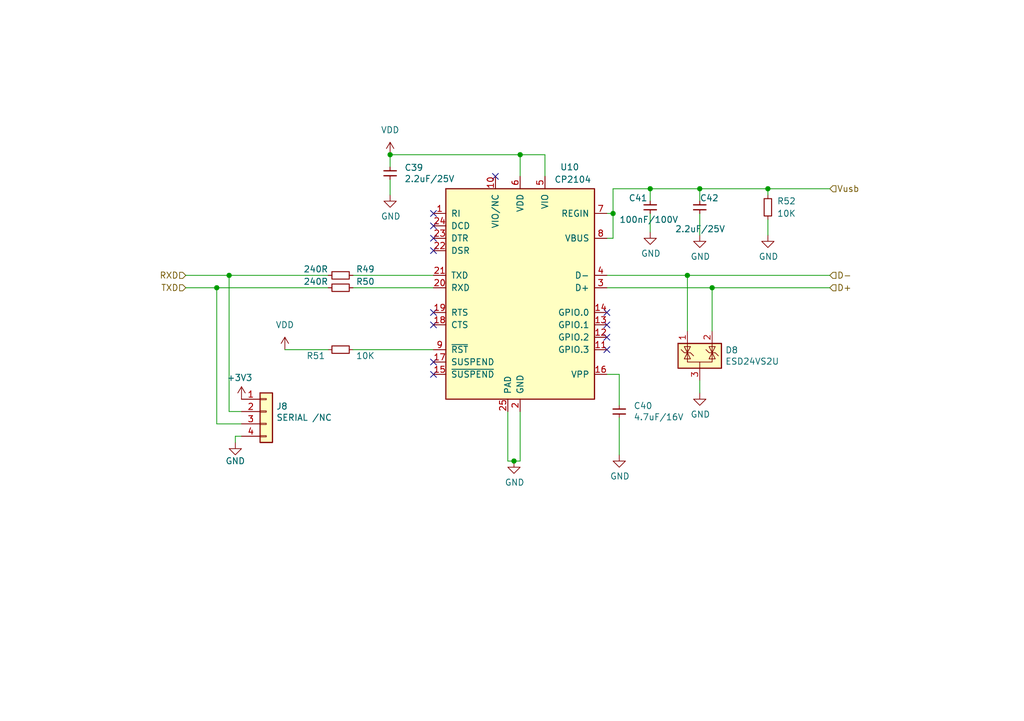
<source format=kicad_sch>
(kicad_sch (version 20231120) (generator "eeschema") (generator_version "8.0")
  (paper "A5")
  (title_block (date "2023-10-19") (rev "V0.1") (company "teTra"))
  (lib_symbols
    (symbol "BMS-Master-rescue:CP2104-Interface_USB" (pin_names (offset 1.016))
      (property "Reference" "U" (at -7.62 23.495 0))
      (property "Value" "Interface_USB_CP2104" (at -7.62 21.59 0))
      (symbol "CP2104-Interface_USB_0_1"
        (rectangle (start -15.24 20.32) (end 15.24 -22.86) (stroke (width 0.254)) (fill (type background)))
      )
      (symbol "CP2104-Interface_USB_1_1"
        (pin input line (at 17.78 15.24 180) (length 2.54) (name "RI") (number "1"))
        (pin power_out line (at 5.08 22.86 270) (length 2.54) (name "VIO/NC") (number "10"))
        (pin bidirectional line (at -17.78 -12.7 0) (length 2.54) (name "GPIO.3") (number "11"))
        (pin bidirectional line (at -17.78 -10.16 0) (length 2.54) (name "GPIO.2") (number "12"))
        (pin bidirectional line (at -17.78 -7.62 0) (length 2.54) (name "GPIO.1") (number "13"))
        (pin bidirectional line (at -17.78 -5.08 0) (length 2.54) (name "GPIO.0") (number "14"))
        (pin output line (at 17.78 -17.78 180) (length 2.54) (name "~{SUSPEND}") (number "15"))
        (pin passive line (at -17.78 -17.78 0) (length 2.54) (name "VPP") (number "16"))
        (pin output line (at 17.78 -15.24 180) (length 2.54) (name "SUSPEND") (number "17"))
        (pin input line (at 17.78 -7.62 180) (length 2.54) (name "CTS") (number "18"))
        (pin output line (at 17.78 -5.08 180) (length 2.54) (name "RTS") (number "19"))
        (pin power_in line (at 0 -25.4 90) (length 2.54) (name "GND") (number "2"))
        (pin input line (at 17.78 0 180) (length 2.54) (name "RXD") (number "20"))
        (pin output line (at 17.78 2.54 180) (length 2.54) (name "TXD") (number "21"))
        (pin input line (at 17.78 7.62 180) (length 2.54) (name "DSR") (number "22"))
        (pin output line (at 17.78 10.16 180) (length 2.54) (name "DTR") (number "23"))
        (pin input line (at 17.78 12.7 180) (length 2.54) (name "DCD") (number "24"))
        (pin power_in line (at 2.54 -25.4 90) (length 2.54) (name "PAD") (number "25"))
        (pin bidirectional line (at -17.78 0 0) (length 2.54) (name "D+") (number "3"))
        (pin bidirectional line (at -17.78 2.54 0) (length 2.54) (name "D-") (number "4"))
        (pin power_in line (at -5.08 22.86 270) (length 2.54) (name "VIO") (number "5"))
        (pin power_in line (at 0 22.86 270) (length 2.54) (name "VDD") (number "6"))
        (pin power_in line (at -17.78 15.24 0) (length 2.54) (name "REGIN") (number "7"))
        (pin input line (at -17.78 10.16 0) (length 2.54) (name "VBUS") (number "8"))
        (pin bidirectional line (at 17.78 -12.7 180) (length 2.54) (name "~{RST}") (number "9"))
      )
    )
    (symbol "Connector_Generic:Conn_01x04" (pin_names (offset 1.016) hide)
      (property "Reference" "J" (at 0 5.08 0))
      (property "Value" "Conn_01x04" (at 0 -7.62 0))
      (symbol "Conn_01x04_1_1"
        (rectangle (start -1.27 -4.953) (end 0 -5.207) (stroke (width 0.1524)))
        (rectangle (start -1.27 -2.413) (end 0 -2.667) (stroke (width 0.1524)))
        (rectangle (start -1.27 0.127) (end 0 -0.127) (stroke (width 0.1524)))
        (rectangle (start -1.27 2.667) (end 0 2.413) (stroke (width 0.1524)))
        (rectangle (start -1.27 3.81) (end 1.27 -6.35) (stroke (width 0.254)) (fill (type background)))
        (pin passive line (at -5.08 2.54 0) (length 3.81) (name "Pin_1") (number "1"))
        (pin passive line (at -5.08 0 0) (length 3.81) (name "Pin_2") (number "2"))
        (pin passive line (at -5.08 -2.54 0) (length 3.81) (name "Pin_3") (number "3"))
        (pin passive line (at -5.08 -5.08 0) (length 3.81) (name "Pin_4") (number "4"))
      )
    )
    (symbol "Device:C" (pin_numbers hide) (pin_names (offset 0.254))
      (property "Reference" "C" (at 0.635 2.54 0))
      (property "Value" "C" (at 0.635 -2.54 0))
      (symbol "C_1_1"
        (polyline (pts (xy -1.27 -0.508) (xy 1.27 -0.508)) (stroke (width 0.254)))
        (polyline (pts (xy -1.27 0.508) (xy 1.27 0.508)) (stroke (width 0.254)))
        (pin passive line (at 0 1.27 270) (length 0.762) (name "~") (number "1"))
        (pin passive line (at 0 -1.27 90) (length 0.762) (name "~") (number "2"))
      )
    )
    (symbol "Device:R_Small" (pin_numbers hide) (pin_names (offset 0.254) hide)
      (property "Reference" "R" (at 0.762 0.508 0))
      (property "Value" "R_Small" (at 0.762 -1.016 0))
      (symbol "R_Small_0_1"
        (rectangle (start -0.762 1.778) (end 0.762 -1.778) (stroke (width 0.2032)))
      )
      (symbol "R_Small_1_1"
        (pin passive line (at 0 2.54 270) (length 0.762) (name "~") (number "1"))
        (pin passive line (at 0 -2.54 90) (length 0.762) (name "~") (number "2"))
      )
    )
    (symbol "Power_Protection:SZNUP2105L" (pin_names hide)
      (property "Reference" "D" (at 5.715 2.54 0))
      (property "Value" "SZNUP2105L" (at 5.715 0.635 0))
      (symbol "SZNUP2105L_0_0"
        (pin passive line (at 0 -5.08 90) (length 2.54) (name "A") (number "3"))
      )
      (symbol "SZNUP2105L_0_1"
        (rectangle (start -4.445 2.54) (end 4.445 -2.54) (stroke (width 0.254)) (fill (type background)))
        (polyline (pts (xy -2.54 2.54) (xy -2.54 0.635)))
        (polyline (pts (xy 0 -1.27) (xy 0 -2.54)))
        (polyline (pts (xy 2.54 2.54) (xy 2.54 0.635)))
        (polyline (pts (xy -3.81 1.27) (xy -3.175 0.635) (xy -1.905 0.635) (xy -1.27 0)))
        (polyline (pts (xy -2.54 0.635) (xy -2.54 -1.27) (xy 2.54 -1.27) (xy 2.54 0.635)))
        (polyline (pts (xy -2.54 0.635) (xy -1.905 -0.635) (xy -3.175 -0.635) (xy -2.54 0.635)))
        (polyline (pts (xy 2.54 0.635) (xy 1.905 -0.635) (xy 3.175 -0.635) (xy 2.54 0.635)))
        (polyline (pts (xy 2.54 0.635) (xy 3.175 1.905) (xy 1.905 1.905) (xy 2.54 0.635)))
        (polyline (pts (xy -2.54 0.635) (xy -3.175 1.905) (xy -1.905 1.905) (xy -2.54 0.635) (xy -2.54 1.27)))
        (polyline (pts (xy 1.27 1.27) (xy 1.905 0.635) (xy 2.54 0.635) (xy 3.175 0.635) (xy 3.81 0)))
      )
      (symbol "SZNUP2105L_1_1"
        (pin passive line (at -2.54 5.08 270) (length 2.54) (name "K") (number "1"))
        (pin passive line (at 2.54 5.08 270) (length 2.54) (name "K") (number "2"))
      )
    )
    (symbol "power:+3V3" (power) (pin_names (offset 0))
      (property "Value" "+3V3" (at 0 3.556 0))
      (symbol "+3V3_0_1"
        (polyline (pts (xy -0.762 1.27) (xy 0 2.54)))
        (polyline (pts (xy 0 0) (xy 0 2.54)))
        (polyline (pts (xy 0 2.54) (xy 0.762 1.27)))
      )
      (symbol "+3V3_1_1"
        (pin power_in line (at 0 0 90) (length 0) hide (name "+3V3") (number "1"))
      )
    )
    (symbol "power:GND" (power) (pin_names (offset 0))
      (property "Value" "GND" (at 0 -3.81 0))
      (symbol "GND_0_1"
        (polyline (pts (xy 0 0) (xy 0 -1.27) (xy 1.27 -1.27) (xy 0 -2.54) (xy -1.27 -1.27) (xy 0 -1.27)))
      )
      (symbol "GND_1_1"
        (pin power_in line (at 0 0 270) (length 0) hide (name "GND") (number "1"))
      )
    )
    (symbol "power:VDD" (power) (pin_names (offset 0))
      (property "Value" "VDD" (at 0 3.81 0))
      (symbol "VDD_0_1"
        (polyline (pts (xy -0.762 1.27) (xy 0 2.54)))
        (polyline (pts (xy 0 0) (xy 0 2.54)))
        (polyline (pts (xy 0 2.54) (xy 0.762 1.27)))
      )
      (symbol "VDD_1_1"
        (pin power_in line (at 0 0 90) (length 0) hide (name "VDD") (number "1"))
      )
    )
  )
  (junction (at 46.99 56.515))
  (junction (at 140.97 56.515))
  (junction (at 157.48 38.735))
  (junction (at 105.41 94.615))
  (junction (at 44.45 59.055))
  (junction (at 146.05 59.055))
  (junction (at 133.35 38.735))
  (junction (at 106.68 31.75))
  (junction (at 125.73 43.815))
  (junction (at 143.51 38.735))
  (junction (at 80.01 31.75))
  (no_connect (at 88.9 48.895))
  (no_connect (at 88.9 66.675))
  (no_connect (at 88.9 46.355))
  (no_connect (at 88.9 74.295))
  (no_connect (at 124.46 69.215))
  (no_connect (at 124.46 64.135))
  (no_connect (at 101.6 36.195))
  (no_connect (at 88.9 76.835))
  (no_connect (at 124.46 66.675))
  (no_connect (at 88.9 43.815))
  (no_connect (at 88.9 51.435))
  (no_connect (at 88.9 64.135))
  (no_connect (at 124.46 71.755))
  (wire (pts (xy 146.05 59.055) (xy 170.18 59.055)))
  (wire (pts (xy 146.05 59.055) (xy 146.05 67.945)))
  (wire (pts (xy 104.14 84.455) (xy 104.14 94.615)))
  (wire (pts (xy 106.68 36.195) (xy 106.68 31.75)))
  (wire (pts (xy 44.45 86.995) (xy 44.45 59.055)))
  (wire (pts (xy 127 76.835) (xy 127 83.185)))
  (wire (pts (xy 80.01 36.83) (xy 80.01 40.005)))
  (wire (pts (xy 133.35 43.815) (xy 133.35 47.625)))
  (wire (pts (xy 106.68 94.615) (xy 106.68 84.455)))
  (wire (pts (xy 46.99 84.455) (xy 46.99 56.515)))
  (wire (pts (xy 106.68 31.75) (xy 111.76 31.75)))
  (wire (pts (xy 127 85.725) (xy 127 93.345)))
  (wire (pts (xy 125.73 43.815) (xy 125.73 38.735)))
  (wire (pts (xy 143.51 43.815) (xy 143.51 48.26)))
  (wire (pts (xy 80.01 31.75) (xy 106.68 31.75)))
  (wire (pts (xy 157.48 45.085) (xy 157.48 48.26)))
  (wire (pts (xy 48.26 90.805) (xy 48.26 89.535)))
  (wire (pts (xy 44.45 59.055) (xy 38.1 59.055)))
  (wire (pts (xy 46.99 56.515) (xy 67.31 56.515)))
  (wire (pts (xy 72.39 56.515) (xy 88.9 56.515)))
  (wire (pts (xy 72.39 59.055) (xy 88.9 59.055)))
  (wire (pts (xy 157.48 38.735) (xy 170.18 38.735)))
  (wire (pts (xy 133.35 38.735) (xy 133.35 41.275)))
  (wire (pts (xy 38.1 56.515) (xy 46.99 56.515)))
  (wire (pts (xy 140.97 67.945) (xy 140.97 56.515)))
  (wire (pts (xy 143.51 78.105) (xy 143.51 80.645)))
  (wire (pts (xy 143.51 38.735) (xy 157.48 38.735)))
  (wire (pts (xy 48.26 89.535) (xy 49.53 89.535)))
  (wire (pts (xy 58.42 71.755) (xy 67.31 71.755)))
  (wire (pts (xy 49.53 84.455) (xy 46.99 84.455)))
  (wire (pts (xy 124.46 48.895) (xy 125.73 48.895)))
  (wire (pts (xy 72.39 71.755) (xy 88.9 71.755)))
  (wire (pts (xy 124.46 59.055) (xy 146.05 59.055)))
  (wire (pts (xy 157.48 38.735) (xy 157.48 40.005)))
  (wire (pts (xy 125.73 43.815) (xy 124.46 43.815)))
  (wire (pts (xy 124.46 56.515) (xy 140.97 56.515)))
  (wire (pts (xy 143.51 38.735) (xy 143.51 41.275)))
  (wire (pts (xy 111.76 31.75) (xy 111.76 36.195)))
  (wire (pts (xy 104.14 94.615) (xy 105.41 94.615)))
  (wire (pts (xy 125.73 38.735) (xy 133.35 38.735)))
  (wire (pts (xy 49.53 86.995) (xy 44.45 86.995)))
  (wire (pts (xy 125.73 48.895) (xy 125.73 43.815)))
  (wire (pts (xy 140.97 56.515) (xy 170.18 56.515)))
  (wire (pts (xy 127 76.835) (xy 124.46 76.835)))
  (wire (pts (xy 80.01 31.75) (xy 80.01 34.29)))
  (wire (pts (xy 133.35 38.735) (xy 143.51 38.735)))
  (wire (pts (xy 105.41 94.615) (xy 106.68 94.615)))
  (wire (pts (xy 44.45 59.055) (xy 67.31 59.055)))
  (hierarchical_label "Vusb" (shape input) (at 170.18 38.735 0))
  (hierarchical_label "TXD" (shape input) (at 38.1 59.055 180))
  (hierarchical_label "D+" (shape input) (at 170.18 59.055 0))
  (hierarchical_label "D-" (shape input) (at 170.18 56.515 0))
  (hierarchical_label "RXD" (shape input) (at 38.1 56.515 180))
  (symbol (lib_id "BMS-Master-rescue:CP2104-Interface_USB") (at 106.68 59.055 0) (mirror y) (unit 1)
    (property "Reference" "U10" (at 116.84 34.29 0))
    (property "Value" "CP2104" (at 117.475 36.83 0))
    (property "Footprint" "Package_DFN_QFN:HVQFN-24-1EP_4x4mm_P0.5mm_EP2.6x2.6mm" (effects (hide yes)))
    (property "Datasheet" "https://www.silabs.com/documents/public/data-sheets/cp2104.pdf" (effects (hide yes)))
    (property "Description" "USB Bridge, USB to UART USB 2.0 UART Interface 24-QFN (4x4)" (effects (hide yes)))
    (property "MPN" "CP2104-F03-GM" (effects (hide yes)))
    (property "Link" "https://www.digikey.jp/en/products/detail/silicon-labs/CP2104-F03-GM/2486177" (effects (hide yes)))
  )
  (symbol (lib_id "power:GND") (at 105.41 94.615 0) (unit 1)
    (property "Reference" "#PWR064" (effects (hide yes)))
    (property "Value" "GND" (at 105.537 99.0092 0))
  )
  (symbol (lib_id "Device:R_Small") (at 69.85 56.515 270) (unit 1)
    (property "Reference" "R49" (at 74.93 55.245 90))
    (property "Value" "240R" (at 64.77 55.245 90))
    (property "Footprint" "Resistor_SMD:R_0603_1608Metric" (effects (hide yes)))
    (property "Datasheet" "https://www.yageo.com/upload/media/product/app/datasheet/rchip/pyu-rc_group_51_rohs_l.pdf" (effects (hide yes)))
    (property "Description" "240 Ohms ±1% 0.1W, 1/10W Chip Resistor 0603 (1608 Metric) Moisture Resistant Thick Film" (effects (hide yes)))
    (property "MPN" "RC0603FR-07240RL" (effects (hide yes)))
    (property "Link" "https://www.digikey.jp/en/products/detail/yageo/RC0603FR-07240RL/727081?s=N4IgTCBcDaIEoGEAMA2JBmAYnAtEg7GACxJwAyIAugL5A" (effects (hide yes)))
  )
  (symbol (lib_id "Device:R_Small") (at 69.85 59.055 270) (unit 1)
    (property "Reference" "R50" (at 74.93 57.785 90))
    (property "Value" "240R" (at 64.77 57.785 90))
    (property "Footprint" "Resistor_SMD:R_0603_1608Metric" (effects (hide yes)))
    (property "Datasheet" "https://www.yageo.com/upload/media/product/app/datasheet/rchip/pyu-rc_group_51_rohs_l.pdf" (effects (hide yes)))
    (property "Description" "240 Ohms ±1% 0.1W, 1/10W Chip Resistor 0603 (1608 Metric) Moisture Resistant Thick Film" (effects (hide yes)))
    (property "MPN" "RC0603FR-07240RL" (effects (hide yes)))
    (property "Link" "https://www.digikey.jp/en/products/detail/yageo/RC0603FR-07240RL/727081?s=N4IgTCBcDaIEoGEAMA2JBmAYnAtEg7GACxJwAyIAugL5A" (effects (hide yes)))
  )
  (symbol (lib_id "power:GND") (at 143.51 80.645 0) (unit 1)
    (property "Reference" "#PWR068" (effects (hide yes)))
    (property "Value" "GND" (at 143.637 85.0392 0))
  )
  (symbol (lib_id "Device:R_Small") (at 69.85 71.755 90) (unit 1)
    (property "Reference" "R51" (at 64.77 73.025 90))
    (property "Value" "10K" (at 74.93 73.025 90))
    (property "Footprint" "Resistor_SMD:R_0603_1608Metric" (effects (hide yes)))
    (property "Datasheet" "https://www.seielect.com/catalog/sei-rmcf_rmcp.pdf" (effects (hide yes)))
    (property "Description" "10 kOhms ±1% 0.1W, 1/10W Chip Resistor 0603 (1608 Metric) Automotive AEC-Q200 Thick Film" (effects (hide yes)))
    (property "MPN" "RMCF0603FT10K0" (effects (hide yes)))
    (property "Link" "https://www.digikey.jp/en/products/detail/stackpole-electronics-inc/RMCF0603FT10K0/1761235?s=N4IgTCBcDaIEoFkDCAxADANjQZhQFQEY0BpNEAXQF8g" (effects (hide yes)))
  )
  (symbol (lib_id "Device:C") (at 127 84.455 0) (unit 1)
    (property "Reference" "C40" (at 129.921 83.2866 0) (effects (justify left)))
    (property "Value" "4.7uF/16V" (at 129.921 85.598 0) (effects (justify left)))
    (property "Footprint" "Capacitor_SMD:C_0603_1608Metric" (effects (hide yes)))
    (property "Datasheet" "https://mm.digikey.com/Volume0/opasdata/d220001/medias/docus/2328/CL10A475KO8NNNC_Spec.pdf" (effects (hide yes)))
    (property "Description" "4.7 µF ±10% 16V Ceramic Capacitor X5R 0603 (1608 Metric)" (effects (hide yes)))
    (property "MPN" "CL10A475KO8NNNC" (effects (hide yes)))
    (property "Link" "https://www.digikey.jp/en/products/detail/samsung-electro-mechanics/CL10A475KO8NNNC/3887442" (effects (hide yes)))
    (instances (project "LTC6811_ESP32_V1.2" (path "" (reference "C40") (unit 1)) (path "" (reference "C39") (unit 1))))
  )
  (symbol (lib_id "power:GND") (at 127 93.345 0) (unit 1)
    (property "Reference" "#PWR065" (effects (hide yes)))
    (property "Value" "GND" (at 127.127 97.7392 0))
  )
  (symbol (lib_id "Device:C") (at 80.01 35.56 0) (unit 1)
    (property "Reference" "C39" (at 82.931 34.3916 0) (effects (justify left)))
    (property "Value" "2.2uF/25V" (at 82.931 36.703 0) (effects (justify left)))
    (property "Footprint" "Capacitor_SMD:C_0603_1608Metric" (effects (hide yes)))
    (property "Datasheet" "https://search.murata.co.jp/Ceramy/image/img/A01X/G101/ENG/GRM188R61E225KA12-01.pdf" (effects (hide yes)))
    (property "Description" "2.2 µF ±10% 25V Ceramic Capacitor X5R 0603 (1608 Metric)" (effects (hide yes)))
    (property "MPN" "GRM188R61E225KA12D" (effects (hide yes)))
    (property "Link" "https://www.digikey.jp/en/products/detail/murata-electronics/GRM188R61E225KA12D/4905349" (effects (hide yes)))
    (instances (project "LTC6811_ESP32_V1.2" (path "" (reference "C39") (unit 1)) (path "" (reference "C38") (unit 1))))
  )
  (symbol (lib_id "power:GND") (at 80.01 40.005 0) (unit 1)
    (property "Reference" "#PWR063" (effects (hide yes)))
    (property "Value" "GND" (at 80.137 44.3992 0))
  )
  (symbol (lib_id "Device:C") (at 143.51 42.545 0) (unit 1)
    (property "Reference" "C42" (at 143.51 40.64 0) (effects (justify left)))
    (property "Value" "2.2uF/25V" (at 138.43 46.99 0) (effects (justify left)))
    (property "Footprint" "Capacitor_SMD:C_0603_1608Metric" (effects (hide yes)))
    (property "Datasheet" "https://search.murata.co.jp/Ceramy/image/img/A01X/G101/ENG/GRM188R61E225KA12-01.pdf" (effects (hide yes)))
    (property "Description" "2.2 µF ±10% 25V Ceramic Capacitor X5R 0603 (1608 Metric)" (effects (hide yes)))
    (property "MPN" "GRM188R61E225KA12D" (effects (hide yes)))
    (property "Link" "https://www.digikey.jp/en/products/detail/murata-electronics/GRM188R61E225KA12D/4905349" (effects (hide yes)))
    (instances (project "LTC6811_ESP32_V1.2" (path "" (reference "C42") (unit 1)) (path "" (reference "C41") (unit 1))))
  )
  (symbol (lib_id "Device:C") (at 133.35 42.545 0) (unit 1)
    (property "Reference" "C41" (at 128.905 40.64 0) (effects (justify left)))
    (property "Value" "100nF/100V" (at 127 45.085 0) (effects (justify left)))
    (property "Footprint" "Capacitor_SMD:C_0603_1608Metric" (effects (hide yes)))
    (property "Datasheet" "https://www.digikey.jp/en/products/detail/samsung-electro-mechanics/CL10B104KC8NNNC/5961291?s=N4IgTCBcDaIMIBkCMAGAQqgLAaTgDgDki4AdEkAXQF8g" (effects (hide yes)))
    (property "Description" "0.1 µF ±10% 100V Ceramic Capacitor X7R 0603 (1608 Metric)" (effects (hide yes)))
    (property "MPN" "CL10B104KC8NNNC" (effects (hide yes)))
    (property "Link" "https://www.digikey.jp/en/products/detail/samsung-electro-mechanics/CL10B104KC8NNNC/5961291?s=N4IgTCBcDaIMIBkCMAGAQqgLAaTgDgDki4QBdAXyA" (effects (hide yes)))
    (instances (project "LTC6811_ESP32_V1.2" (path "" (reference "C41") (unit 1)) (path "" (reference "C40") (unit 1))))
  )
  (symbol (lib_id "Device:R_Small") (at 157.48 42.545 0) (unit 1)
    (property "Reference" "R52" (at 161.29 41.275 0))
    (property "Value" "10K" (at 161.29 43.815 0))
    (property "Footprint" "Resistor_SMD:R_0603_1608Metric" (effects (hide yes)))
    (property "Datasheet" "https://www.seielect.com/catalog/sei-rmcf_rmcp.pdf" (effects (hide yes)))
    (property "Description" "10 kOhms ±1% 0.1W, 1/10W Chip Resistor 0603 (1608 Metric) Automotive AEC-Q200 Thick Film" (effects (hide yes)))
    (property "MPN" "RMCF0603FT10K0" (effects (hide yes)))
    (property "Link" "https://www.digikey.jp/en/products/detail/stackpole-electronics-inc/RMCF0603FT10K0/1761235?s=N4IgTCBcDaIEoFkDCAxADANjQZhQFQEY0BpNEAXQF8g" (effects (hide yes)))
  )
  (symbol (lib_id "power:GND") (at 133.35 47.625 0) (unit 1)
    (property "Reference" "#PWR066" (effects (hide yes)))
    (property "Value" "GND" (at 133.477 52.0192 0))
  )
  (symbol (lib_id "power:GND") (at 143.51 48.26 0) (unit 1)
    (property "Reference" "#PWR067" (effects (hide yes)))
    (property "Value" "GND" (at 143.637 52.6542 0))
  )
  (symbol (lib_id "power:GND") (at 157.48 48.26 0) (unit 1)
    (property "Reference" "#PWR069" (effects (hide yes)))
    (property "Value" "GND" (at 157.607 52.6542 0))
  )
  (symbol (lib_id "Connector_Generic:Conn_01x04") (at 54.61 84.455 0) (unit 1)
    (property "Reference" "J8" (at 56.642 83.3882 0) (effects (justify left)))
    (property "Value" "SERIAL /NC" (at 56.642 85.6996 0) (effects (justify left)))
    (property "Footprint" "Connector_PinHeader_2.54mm:PinHeader_1x04_P2.54mm_Vertical" (effects (hide yes)))
    (property "Datasheet" "https://cdn.amphenol-cs.com/media/wysiwyg/files/drawing/g800wxxxxxxeu_1.pdf" (effects (hide yes)))
    (property "Description" "Connector Header Through Hole 4 position 0.100\" (2.54mm)" (effects (hide yes)))
    (property "MPN" "G800W304018EU" (effects (hide yes)))
    (property "Link" "https://www.digikey.jp/en/products/detail/amphenol-cs-commercial-products/G800W304018EU/13682993" (effects (hide yes)))
  )
  (symbol (lib_id "power:GND") (at 48.26 90.805 0) (unit 1)
    (property "Reference" "#PWR059" (effects (hide yes)))
    (property "Value" "GND" (at 48.26 94.615 0))
  )
  (symbol (lib_id "Power_Protection:SZNUP2105L") (at 143.51 73.025 0) (unit 1)
    (property "Reference" "D8" (at 148.717 71.8566 0) (effects (justify left)))
    (property "Value" "ESD24VS2U" (at 148.717 74.168 0) (effects (justify left)))
    (property "Footprint" "Package_TO_SOT_SMD:SOT-23" (effects (hide yes)))
    (property "Datasheet" "https://www.infineon.com/dgdl/Infineon-ESD24VS2U-DS-v01_01-en.pdf?fileId=db3a3043340fff53013413a2249d2ff3" (effects (hide yes)))
    (property "Description" "41V Clamp 5A (8/20µs) Ipp Tvs Diode Surface Mount PG-SOT23" (effects (hide yes)))
    (property "MPN" "ESD24VS2UE6327HTSA1" (effects (hide yes)))
    (property "Link" "https://www.digikey.jp/en/products/detail/infineon-technologies/ESD24VS2UE6327HTSA1/1785650" (effects (hide yes)))
    (instances (project "LTC6811_ESP32_V1.2" (path "" (reference "D8") (unit 1)) (path "" (reference "D7") (unit 1))))
  )
  (symbol (lib_id "power:+3V3") (at 49.53 81.915 0) (mirror y) (unit 1)
    (property "Reference" "#PWR022" (effects (hide yes)))
    (property "Value" "+3V3" (at 49.149 77.5208 0))
    (instances (project "LTC6811_ESP32_V1.2" (path "" (reference "#PWR022") (unit 1)) (path "" (reference "#PWR060") (unit 1)) (path "" (reference "#PWR022") (unit 1))))
  )
  (symbol (lib_id "power:VDD") (at 58.42 71.755 0) (unit 1)
    (property "Reference" "#PWR041" (effects (hide yes)))
    (property "Value" "VDD" (at 58.42 66.675 0))
  )
  (symbol (lib_id "power:VDD") (at 80.01 31.75 0) (unit 1)
    (property "Reference" "#PWR044" (effects (hide yes)))
    (property "Value" "VDD" (at 80.01 26.67 0))
  )
)
</source>
